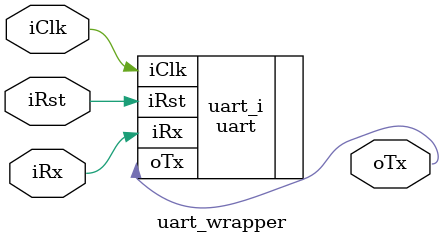
<source format=v>
`timescale 1 ps / 1 ps

module uart_wrapper
   (iClk,
    iRst,
    iRx,
    oTx);
  input iClk;
  input iRst;
  input iRx;
  output oTx;

  wire iClk;
  wire iRst;
  wire iRx;
  wire oTx;

  uart uart_i
       (.iClk(iClk),
        .iRst(iRst),
        .iRx(iRx),
        .oTx(oTx));
endmodule

</source>
